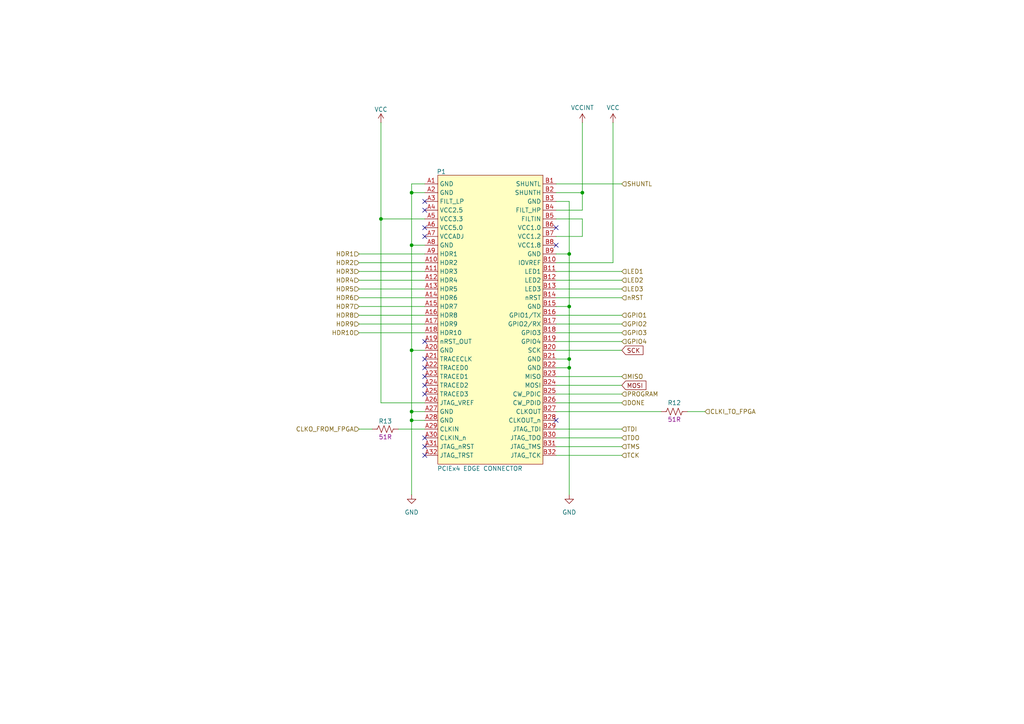
<source format=kicad_sch>
(kicad_sch (version 20231120) (generator "eeschema") (generator_version "8.0")
  (paper "A4")
  (lib_symbols
    (symbol "0603_Yageo_Res:RES_51R_0603" (pin_numbers hide)
      (property "Reference" "R" (at -20.32 5.08 0))
      (property "Display Value" "51R" (at 15.24 5.08 0))
      (symbol "RES_51R_0603_0_1"
        (polyline (pts (xy -2.286 0) (xy -2.54 0)))
        (polyline (pts (xy 2.286 0) (xy 2.54 0)))
        (polyline (pts (xy -2.286 0) (xy -1.905 1.016) (xy -1.524 0) (xy -1.143 -1.016) (xy -0.762 0)))
        (polyline (pts (xy -0.762 0) (xy -0.381 1.016) (xy 0 0) (xy 0.381 -1.016) (xy 0.762 0)))
        (polyline (pts (xy 0.762 0) (xy 1.143 1.016) (xy 1.524 0) (xy 1.905 -1.016) (xy 2.286 0)))
      )
      (symbol "RES_51R_0603_1_1"
        (pin passive line (at -3.81 0 0) (length 1.27) (name "~") (number "1"))
        (pin passive line (at 3.81 0 180) (length 1.27) (name "~") (number "2"))
      )
    )
    (symbol "Connectors:CW312T-Template" (in_bom no)
      (property "Reference" "P" (at -15.24 3.81 0))
      (property "Value" "PCIEx4 EDGE CONNECTOR " (at 3.81 3.81 0))
      (symbol "CW312T-Template_1_1"
        (rectangle (start -15.24 2.54) (end 15.24 -81.28) (fill (type background)))
        (pin unspecified line (at -19.05 0 0) (length 3.81) (name "GND") (number "A1"))
        (pin unspecified line (at -19.05 -22.86 0) (length 3.81) (name "HDR2") (number "A10"))
        (pin unspecified line (at -19.05 -25.4 0) (length 3.81) (name "HDR3") (number "A11"))
        (pin unspecified line (at -19.05 -27.94 0) (length 3.81) (name "HDR4") (number "A12"))
        (pin unspecified line (at -19.05 -30.48 0) (length 3.81) (name "HDR5") (number "A13"))
        (pin unspecified line (at -19.05 -33.02 0) (length 3.81) (name "HDR6") (number "A14"))
        (pin unspecified line (at -19.05 -35.56 0) (length 3.81) (name "HDR7") (number "A15"))
        (pin unspecified line (at -19.05 -38.1 0) (length 3.81) (name "HDR8") (number "A16"))
        (pin unspecified line (at -19.05 -40.64 0) (length 3.81) (name "HDR9") (number "A17"))
        (pin unspecified line (at -19.05 -43.18 0) (length 3.81) (name "HDR10") (number "A18"))
        (pin unspecified line (at -19.05 -45.72 0) (length 3.81) (name "nRST_OUT") (number "A19"))
        (pin unspecified line (at -19.05 -2.54 0) (length 3.81) (name "GND") (number "A2"))
        (pin unspecified line (at -19.05 -48.26 0) (length 3.81) (name "GND") (number "A20"))
        (pin unspecified line (at -19.05 -50.8 0) (length 3.81) (name "TRACECLK") (number "A21"))
        (pin unspecified line (at -19.05 -53.34 0) (length 3.81) (name "TRACED0") (number "A22"))
        (pin unspecified line (at -19.05 -55.88 0) (length 3.81) (name "TRACED1") (number "A23"))
        (pin unspecified line (at -19.05 -58.42 0) (length 3.81) (name "TRACED2") (number "A24"))
        (pin unspecified line (at -19.05 -60.96 0) (length 3.81) (name "TRACED3") (number "A25"))
        (pin unspecified line (at -19.05 -63.5 0) (length 3.81) (name "JTAG_VREF") (number "A26"))
        (pin unspecified line (at -19.05 -66.04 0) (length 3.81) (name "GND") (number "A27"))
        (pin unspecified line (at -19.05 -68.58 0) (length 3.81) (name "GND") (number "A28"))
        (pin unspecified line (at -19.05 -71.12 0) (length 3.81) (name "CLKIN") (number "A29"))
        (pin unspecified line (at -19.05 -5.08 0) (length 3.81) (name "FILT_LP") (number "A3"))
        (pin unspecified line (at -19.05 -73.66 0) (length 3.81) (name "CLKIN_n") (number "A30"))
        (pin unspecified line (at -19.05 -76.2 0) (length 3.81) (name "JTAG_nRST") (number "A31"))
        (pin unspecified line (at -19.05 -78.74 0) (length 3.81) (name "JTAG_TRST") (number "A32"))
        (pin unspecified line (at -19.05 -7.62 0) (length 3.81) (name "VCC2.5") (number "A4"))
        (pin unspecified line (at -19.05 -10.16 0) (length 3.81) (name "VCC3.3") (number "A5"))
        (pin unspecified line (at -19.05 -12.7 0) (length 3.81) (name "VCC5.0") (number "A6"))
        (pin unspecified line (at -19.05 -15.24 0) (length 3.81) (name "VCCADJ") (number "A7"))
        (pin unspecified line (at -19.05 -17.78 0) (length 3.81) (name "GND") (number "A8"))
        (pin unspecified line (at -19.05 -20.32 0) (length 3.81) (name "HDR1") (number "A9"))
        (pin unspecified line (at 19.05 0 180) (length 3.81) (name "SHUNTL") (number "B1"))
        (pin unspecified line (at 19.05 -22.86 180) (length 3.81) (name "IOVREF") (number "B10"))
        (pin unspecified line (at 19.05 -25.4 180) (length 3.81) (name "LED1") (number "B11"))
        (pin unspecified line (at 19.05 -27.94 180) (length 3.81) (name "LED2") (number "B12"))
        (pin unspecified line (at 19.05 -30.48 180) (length 3.81) (name "LED3") (number "B13"))
        (pin unspecified line (at 19.05 -33.02 180) (length 3.81) (name "nRST") (number "B14"))
        (pin unspecified line (at 19.05 -35.56 180) (length 3.81) (name "GND") (number "B15"))
        (pin unspecified line (at 19.05 -38.1 180) (length 3.81) (name "GPIO1/TX") (number "B16"))
        (pin unspecified line (at 19.05 -40.64 180) (length 3.81) (name "GPIO2/RX") (number "B17"))
        (pin unspecified line (at 19.05 -43.18 180) (length 3.81) (name "GPIO3") (number "B18"))
        (pin unspecified line (at 19.05 -45.72 180) (length 3.81) (name "GPIO4") (number "B19"))
        (pin unspecified line (at 19.05 -2.54 180) (length 3.81) (name "SHUNTH") (number "B2"))
        (pin unspecified line (at 19.05 -48.26 180) (length 3.81) (name "SCK") (number "B20"))
        (pin unspecified line (at 19.05 -50.8 180) (length 3.81) (name "GND") (number "B21"))
        (pin unspecified line (at 19.05 -53.34 180) (length 3.81) (name "GND") (number "B22"))
        (pin unspecified line (at 19.05 -55.88 180) (length 3.81) (name "MISO") (number "B23"))
        (pin unspecified line (at 19.05 -58.42 180) (length 3.81) (name "MOSI") (number "B24"))
        (pin unspecified line (at 19.05 -60.96 180) (length 3.81) (name "CW_PDIC") (number "B25"))
        (pin unspecified line (at 19.05 -63.5 180) (length 3.81) (name "CW_PDID") (number "B26"))
        (pin unspecified line (at 19.05 -66.04 180) (length 3.81) (name "CLKOUT") (number "B27"))
        (pin unspecified line (at 19.05 -68.58 180) (length 3.81) (name "CLKOUT_n") (number "B28"))
        (pin unspecified line (at 19.05 -71.12 180) (length 3.81) (name "JTAG_TDI") (number "B29"))
        (pin unspecified line (at 19.05 -5.08 180) (length 3.81) (name "GND") (number "B3"))
        (pin unspecified line (at 19.05 -73.66 180) (length 3.81) (name "JTAG_TDO") (number "B30"))
        (pin unspecified line (at 19.05 -76.2 180) (length 3.81) (name "JTAG_TMS") (number "B31"))
        (pin unspecified line (at 19.05 -78.74 180) (length 3.81) (name "JTAG_TCK") (number "B32"))
        (pin unspecified line (at 19.05 -7.62 180) (length 3.81) (name "FILT_HP") (number "B4"))
        (pin unspecified line (at 19.05 -10.16 180) (length 3.81) (name "FILTIN") (number "B5"))
        (pin unspecified line (at 19.05 -12.7 180) (length 3.81) (name "VCC1.0") (number "B6"))
        (pin unspecified line (at 19.05 -15.24 180) (length 3.81) (name "VCC1.2") (number "B7"))
        (pin unspecified line (at 19.05 -17.78 180) (length 3.81) (name "VCC1.8") (number "B8"))
        (pin unspecified line (at 19.05 -20.32 180) (length 3.81) (name "GND") (number "B9"))
      )
    )
    (symbol "power:GND" (power) (pin_numbers hide) (pin_names (offset 0) hide)
      (property "Value" "GND" (at 0 -3.81 0))
      (symbol "GND_0_1"
        (polyline (pts (xy 0 0) (xy 0 -1.27) (xy 1.27 -1.27) (xy 0 -2.54) (xy -1.27 -1.27) (xy 0 -1.27)))
      )
      (symbol "GND_1_1"
        (pin power_in line (at 0 0 270) (length 0) (name "~") (number "1"))
      )
    )
    (symbol "power:VCC" (power) (pin_numbers hide) (pin_names (offset 0) hide)
      (property "Value" "VCC" (at 0 3.556 0))
      (symbol "VCC_0_1"
        (polyline (pts (xy -0.762 1.27) (xy 0 2.54)))
        (polyline (pts (xy 0 0) (xy 0 2.54)))
        (polyline (pts (xy 0 2.54) (xy 0.762 1.27)))
      )
      (symbol "VCC_1_1"
        (pin power_in line (at 0 0 90) (length 0) (name "~") (number "1"))
      )
    )
  )
  (junction (at 119.38 101.6))
  (junction (at 119.38 55.88))
  (junction (at 165.1 73.66))
  (junction (at 165.1 104.14))
  (junction (at 168.91 55.88))
  (junction (at 110.49 63.5))
  (junction (at 165.1 88.9))
  (junction (at 119.38 121.92))
  (junction (at 119.38 71.12))
  (junction (at 165.1 106.68))
  (junction (at 119.38 119.38))
  (no_connect (at 123.19 111.76))
  (no_connect (at 123.19 114.3))
  (no_connect (at 123.19 132.08))
  (no_connect (at 161.29 121.92))
  (no_connect (at 123.19 129.54))
  (no_connect (at 123.19 60.96))
  (no_connect (at 123.19 66.04))
  (no_connect (at 123.19 68.58))
  (no_connect (at 123.19 58.42))
  (no_connect (at 123.19 109.22))
  (no_connect (at 123.19 99.06))
  (no_connect (at 123.19 106.68))
  (no_connect (at 123.19 104.14))
  (no_connect (at 161.29 71.12))
  (no_connect (at 123.19 127))
  (no_connect (at 161.29 66.04))
  (wire (pts (xy 119.38 55.88) (xy 123.19 55.88)))
  (wire (pts (xy 104.14 96.52) (xy 123.19 96.52)))
  (wire (pts (xy 123.19 63.5) (xy 110.49 63.5)))
  (wire (pts (xy 104.14 76.2) (xy 123.19 76.2)))
  (wire (pts (xy 177.8 35.56) (xy 177.8 76.2)))
  (wire (pts (xy 165.1 73.66) (xy 165.1 88.9)))
  (wire (pts (xy 168.91 35.56) (xy 168.91 55.88)))
  (wire (pts (xy 165.1 58.42) (xy 165.1 73.66)))
  (wire (pts (xy 161.29 127) (xy 180.34 127)))
  (wire (pts (xy 168.91 55.88) (xy 168.91 60.96)))
  (wire (pts (xy 161.29 106.68) (xy 165.1 106.68)))
  (wire (pts (xy 104.14 91.44) (xy 123.19 91.44)))
  (wire (pts (xy 104.14 124.46) (xy 107.95 124.46)))
  (wire (pts (xy 161.29 114.3) (xy 180.34 114.3)))
  (wire (pts (xy 168.91 68.58) (xy 161.29 68.58)))
  (wire (pts (xy 119.38 71.12) (xy 123.19 71.12)))
  (wire (pts (xy 104.14 81.28) (xy 123.19 81.28)))
  (wire (pts (xy 165.1 88.9) (xy 165.1 104.14)))
  (wire (pts (xy 110.49 35.56) (xy 110.49 63.5)))
  (wire (pts (xy 161.29 78.74) (xy 180.34 78.74)))
  (wire (pts (xy 161.29 111.76) (xy 180.34 111.76)))
  (wire (pts (xy 104.14 78.74) (xy 123.19 78.74)))
  (wire (pts (xy 161.29 116.84) (xy 180.34 116.84)))
  (wire (pts (xy 199.39 119.38) (xy 204.47 119.38)))
  (wire (pts (xy 119.38 101.6) (xy 123.19 101.6)))
  (wire (pts (xy 119.38 71.12) (xy 119.38 101.6)))
  (wire (pts (xy 161.29 73.66) (xy 165.1 73.66)))
  (wire (pts (xy 161.29 86.36) (xy 180.34 86.36)))
  (wire (pts (xy 119.38 119.38) (xy 119.38 121.92)))
  (wire (pts (xy 161.29 101.6) (xy 180.34 101.6)))
  (wire (pts (xy 161.29 109.22) (xy 180.34 109.22)))
  (wire (pts (xy 110.49 116.84) (xy 123.19 116.84)))
  (wire (pts (xy 119.38 55.88) (xy 119.38 71.12)))
  (wire (pts (xy 161.29 53.34) (xy 180.34 53.34)))
  (wire (pts (xy 161.29 55.88) (xy 168.91 55.88)))
  (wire (pts (xy 161.29 99.06) (xy 180.34 99.06)))
  (wire (pts (xy 104.14 73.66) (xy 123.19 73.66)))
  (wire (pts (xy 119.38 121.92) (xy 119.38 143.51)))
  (wire (pts (xy 161.29 83.82) (xy 180.34 83.82)))
  (wire (pts (xy 165.1 58.42) (xy 161.29 58.42)))
  (wire (pts (xy 104.14 83.82) (xy 123.19 83.82)))
  (wire (pts (xy 161.29 60.96) (xy 168.91 60.96)))
  (wire (pts (xy 161.29 88.9) (xy 165.1 88.9)))
  (wire (pts (xy 161.29 124.46) (xy 180.34 124.46)))
  (wire (pts (xy 104.14 86.36) (xy 123.19 86.36)))
  (wire (pts (xy 119.38 53.34) (xy 119.38 55.88)))
  (wire (pts (xy 165.1 106.68) (xy 165.1 143.51)))
  (wire (pts (xy 161.29 63.5) (xy 168.91 63.5)))
  (wire (pts (xy 161.29 96.52) (xy 180.34 96.52)))
  (wire (pts (xy 110.49 63.5) (xy 110.49 116.84)))
  (wire (pts (xy 119.38 121.92) (xy 123.19 121.92)))
  (wire (pts (xy 161.29 76.2) (xy 177.8 76.2)))
  (wire (pts (xy 161.29 104.14) (xy 165.1 104.14)))
  (wire (pts (xy 161.29 93.98) (xy 180.34 93.98)))
  (wire (pts (xy 161.29 129.54) (xy 180.34 129.54)))
  (wire (pts (xy 161.29 91.44) (xy 180.34 91.44)))
  (wire (pts (xy 168.91 63.5) (xy 168.91 68.58)))
  (wire (pts (xy 161.29 132.08) (xy 180.34 132.08)))
  (wire (pts (xy 161.29 81.28) (xy 180.34 81.28)))
  (wire (pts (xy 161.29 119.38) (xy 191.77 119.38)))
  (wire (pts (xy 119.38 101.6) (xy 119.38 119.38)))
  (wire (pts (xy 123.19 53.34) (xy 119.38 53.34)))
  (wire (pts (xy 104.14 88.9) (xy 123.19 88.9)))
  (wire (pts (xy 104.14 93.98) (xy 123.19 93.98)))
  (wire (pts (xy 115.57 124.46) (xy 123.19 124.46)))
  (wire (pts (xy 119.38 119.38) (xy 123.19 119.38)))
  (wire (pts (xy 165.1 104.14) (xy 165.1 106.68)))
  (global_label "SCK" (shape input) (at 180.34 101.6 0) (property "Intersheetrefs" "${INTERSHEET_REFS}" (effects (hide yes))))
  (global_label "MOSI" (shape input) (at 180.34 111.76 0) (property "Intersheetrefs" "${INTERSHEET_REFS}" (effects (hide yes))))
  (hierarchical_label "PROGRAM" (shape input) (at 180.34 114.3 0))
  (hierarchical_label "HDR7" (shape input) (at 104.14 88.9 180))
  (hierarchical_label "DONE" (shape input) (at 180.34 116.84 0))
  (hierarchical_label "HDR9" (shape input) (at 104.14 93.98 180))
  (hierarchical_label "GPIO3" (shape input) (at 180.34 96.52 0))
  (hierarchical_label "nRST" (shape input) (at 180.34 86.36 0))
  (hierarchical_label "TDI" (shape input) (at 180.34 124.46 0))
  (hierarchical_label "MISO" (shape input) (at 180.34 109.22 0))
  (hierarchical_label "GPIO4" (shape input) (at 180.34 99.06 0))
  (hierarchical_label "CLKO_FROM_FPGA" (shape input) (at 104.14 124.46 180))
  (hierarchical_label "HDR5" (shape input) (at 104.14 83.82 180))
  (hierarchical_label "HDR8" (shape input) (at 104.14 91.44 180))
  (hierarchical_label "LED3" (shape input) (at 180.34 83.82 0))
  (hierarchical_label "SHUNTL" (shape input) (at 180.34 53.34 0))
  (hierarchical_label "HDR10" (shape input) (at 104.14 96.52 180))
  (hierarchical_label "CLKI_TO_FPGA" (shape input) (at 204.47 119.38 0))
  (hierarchical_label "LED2" (shape input) (at 180.34 81.28 0))
  (hierarchical_label "TDO" (shape input) (at 180.34 127 0))
  (hierarchical_label "TCK" (shape input) (at 180.34 132.08 0))
  (hierarchical_label "HDR1" (shape input) (at 104.14 73.66 180))
  (hierarchical_label "HDR3" (shape input) (at 104.14 78.74 180))
  (hierarchical_label "HDR2" (shape input) (at 104.14 76.2 180))
  (hierarchical_label "HDR6" (shape input) (at 104.14 86.36 180))
  (hierarchical_label "GPIO2" (shape input) (at 180.34 93.98 0))
  (hierarchical_label "GPIO1" (shape input) (at 180.34 91.44 0))
  (hierarchical_label "TMS" (shape input) (at 180.34 129.54 0))
  (hierarchical_label "LED1" (shape input) (at 180.34 78.74 0))
  (hierarchical_label "HDR4" (shape input) (at 104.14 81.28 180))
  (symbol (lib_id "power:VCC") (at 177.8 35.56 0) (mirror y) (unit 1)
    (property "Reference" "#PWR06" (effects (hide yes)))
    (property "Value" "VCC" (at 177.8 31.242 0))
    (property "Description" "Power symbol creates a global label with name \"VCC\"" (effects (hide yes)))
  )
  (symbol (lib_id "power:VCC") (at 110.49 35.56 0) (unit 1)
    (property "Reference" "#PWR03" (effects (hide yes)))
    (property "Value" "VCC" (at 110.49 31.75 0))
    (property "Description" "Power symbol creates a global label with name \"VCC\"" (effects (hide yes)))
  )
  (symbol (lib_id "Connectors:CW312T-Template") (at 142.24 53.34 0) (unit 1) (in_bom no)
    (property "Reference" "P1" (at 128.016 49.784 0))
    (property "Value" "PCIEx4 EDGE CONNECTOR" (at 139.192 135.89 0))
    (property "Footprint" "tutorial_2_library:CW312_Template" (effects (hide yes)))
    (property "Description" "BOARD AND EDGE CONNECTOR TEMPLATE FOR CW312 TARGETS" (effects (hide yes)))
  )
  (symbol (lib_id "power:VCC") (at 168.91 35.56 0) (unit 1)
    (property "Reference" "#PWR04" (effects (hide yes)))
    (property "Value" "VCCINT" (at 168.91 31.242 0))
    (property "Description" "Power symbol creates a global label with name \"VCC\"" (effects (hide yes)))
  )
  (symbol (lib_id "power:GND") (at 165.1 143.51 0) (unit 1)
    (property "Reference" "#PWR02" (effects (hide yes)))
    (property "Value" "GND" (at 165.1 148.59 0))
    (property "Description" "Power symbol creates a global label with name \"GND\" , ground" (effects (hide yes)))
  )
  (symbol (lib_id "power:GND") (at 119.38 143.51 0) (unit 1)
    (property "Reference" "#PWR01" (effects (hide yes)))
    (property "Value" "GND" (at 119.38 148.59 0))
    (property "Description" "Power symbol creates a global label with name \"GND\" , ground" (effects (hide yes)))
  )
  (symbol (lib_id "0603_Yageo_Res:RES_51R_0603") (at 195.58 119.38 0) (unit 1)
    (property "Reference" "R12" (at 195.58 116.84 0))
    (property "Value" "RES_51R_0603" (effects (hide yes)))
    (property "Footprint" "Resistor_SMD:R_0603_1608Metric" (effects (hide yes)))
    (property "Datasheet" "https://www.yageo.com/upload/media/product/products/datasheet/rchip/PYu-RC_Group_51_RoHS_L_12.pdf" (effects (hide yes)))
    (property "Description" "RES 51 OHM 1% 1/10W 0603" (effects (hide yes)))
    (property "Display Value" "51R" (at 195.58 121.666 0))
    (property "Manufacturer" "YAGEO" (effects (hide yes)))
    (property "Manufacturer Part Number" "RC0603FR-0751RL" (effects (hide yes)))
    (property "Supplier 1" "DigiKey" (effects (hide yes)))
    (property "Supplier 1 Part Number" "311-51.0HRCT-ND" (effects (hide yes)))
    (property "Supplier 2" "no_data" (effects (hide yes)))
    (property "Supplier 2 Part Number" "no_data" (effects (hide yes)))
  )
  (symbol (lib_id "0603_Yageo_Res:RES_51R_0603") (at 111.76 124.46 0) (unit 1)
    (property "Reference" "R13" (at 111.76 122.174 0))
    (property "Value" "RES_51R_0603" (effects (hide yes)))
    (property "Footprint" "Resistor_SMD:R_0603_1608Metric" (effects (hide yes)))
    (property "Datasheet" "https://www.yageo.com/upload/media/product/products/datasheet/rchip/PYu-RC_Group_51_RoHS_L_12.pdf" (effects (hide yes)))
    (property "Description" "RES 51 OHM 1% 1/10W 0603" (effects (hide yes)))
    (property "Display Value" "51R" (at 111.76 126.746 0))
    (property "Manufacturer" "YAGEO" (effects (hide yes)))
    (property "Manufacturer Part Number" "RC0603FR-0751RL" (effects (hide yes)))
    (property "Supplier 1" "DigiKey" (effects (hide yes)))
    (property "Supplier 1 Part Number" "311-51.0HRCT-ND" (effects (hide yes)))
    (property "Supplier 2" "no_data" (effects (hide yes)))
    (property "Supplier 2 Part Number" "no_data" (effects (hide yes)))
  )
)
</source>
